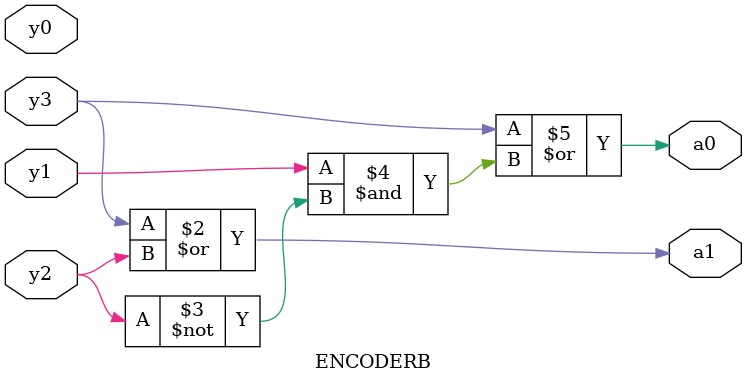
<source format=v>
`timescale 1ns / 1ps
module ENCODERB(a0,a1,y0,y1,y2,y3);
  input y0;
  input y1;
  input y2;
  input y3;
  output reg a0,a1;
  always@(y0,y1,y2,y3)
  begin
  a1=y3|y2;
  a0=y3|(y1&~y2);
  end
    
	 


endmodule

</source>
